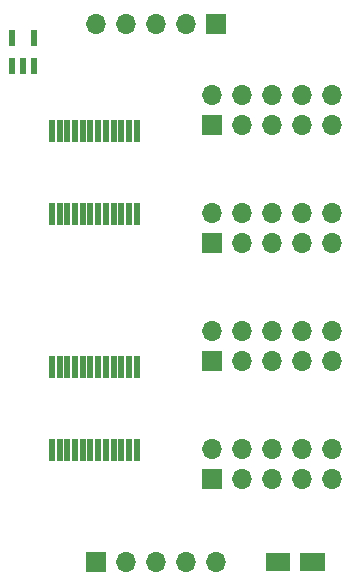
<source format=gts>
%TF.GenerationSoftware,KiCad,Pcbnew,(5.1.6-0-10_14)*%
%TF.CreationDate,2021-03-01T23:58:59+09:00*%
%TF.ProjectId,qPCR-photo_mux_74HC4067SSOP,71504352-2d70-4686-9f74-6f5f6d75785f,rev?*%
%TF.SameCoordinates,Original*%
%TF.FileFunction,Soldermask,Top*%
%TF.FilePolarity,Negative*%
%FSLAX46Y46*%
G04 Gerber Fmt 4.6, Leading zero omitted, Abs format (unit mm)*
G04 Created by KiCad (PCBNEW (5.1.6-0-10_14)) date 2021-03-01 23:58:59*
%MOMM*%
%LPD*%
G01*
G04 APERTURE LIST*
%ADD10O,1.700000X1.700000*%
%ADD11R,1.700000X1.700000*%
%ADD12R,1.500000X1.500000*%
%ADD13C,0.100000*%
%ADD14R,0.558800X1.473200*%
%ADD15R,0.480000X1.900000*%
G04 APERTURE END LIST*
D10*
%TO.C,J1*%
X103298000Y-110000000D03*
X100758000Y-110000000D03*
X98218000Y-110000000D03*
X95678000Y-110000000D03*
D11*
X93138000Y-110000000D03*
%TD*%
%TO.C,J2*%
X103298000Y-64440000D03*
D10*
X100758000Y-64440000D03*
X98218000Y-64440000D03*
X95678000Y-64440000D03*
X93138000Y-64440000D03*
%TD*%
D12*
%TO.C,JP1*%
X111200000Y-110000000D03*
X108800000Y-110000000D03*
D13*
G36*
X109000000Y-110000000D02*
G01*
X108500000Y-110750000D01*
X107500000Y-110750000D01*
X107500000Y-109250000D01*
X108500000Y-109250000D01*
X109000000Y-110000000D01*
G37*
G36*
X111000000Y-110000000D02*
G01*
X111500000Y-109250000D01*
X112500000Y-109250000D01*
X112500000Y-110750000D01*
X111500000Y-110750000D01*
X111000000Y-110000000D01*
G37*
%TD*%
D10*
%TO.C,N_PD1*%
X113160000Y-70460000D03*
X113160000Y-73000000D03*
X110620000Y-70460000D03*
X110620000Y-73000000D03*
X108080000Y-70460000D03*
X108080000Y-73000000D03*
X105540000Y-70460000D03*
X105540000Y-73000000D03*
X103000000Y-70460000D03*
D11*
X103000000Y-73000000D03*
%TD*%
%TO.C,N_PD2*%
X103000000Y-83000000D03*
D10*
X103000000Y-80460000D03*
X105540000Y-83000000D03*
X105540000Y-80460000D03*
X108080000Y-83000000D03*
X108080000Y-80460000D03*
X110620000Y-83000000D03*
X110620000Y-80460000D03*
X113160000Y-83000000D03*
X113160000Y-80460000D03*
%TD*%
D11*
%TO.C,S_PD1*%
X103000000Y-93000000D03*
D10*
X103000000Y-90460000D03*
X105540000Y-93000000D03*
X105540000Y-90460000D03*
X108080000Y-93000000D03*
X108080000Y-90460000D03*
X110620000Y-93000000D03*
X110620000Y-90460000D03*
X113160000Y-93000000D03*
X113160000Y-90460000D03*
%TD*%
%TO.C,S_PD2*%
X113160000Y-100460000D03*
X113160000Y-103000000D03*
X110620000Y-100460000D03*
X110620000Y-103000000D03*
X108080000Y-100460000D03*
X108080000Y-103000000D03*
X105540000Y-100460000D03*
X105540000Y-103000000D03*
X103000000Y-100460000D03*
D11*
X103000000Y-103000000D03*
%TD*%
D14*
%TO.C,U2*%
X85999999Y-65612400D03*
X87900001Y-65612400D03*
X87900001Y-68000000D03*
X86950000Y-68000000D03*
X85999999Y-68000000D03*
%TD*%
D15*
%TO.C,U1*%
X96575000Y-93495000D03*
X95925000Y-93495000D03*
X95275000Y-93495000D03*
X94625000Y-93495000D03*
X93975000Y-93495000D03*
X93325000Y-93495000D03*
X92675000Y-93495000D03*
X92025000Y-93495000D03*
X91375000Y-93495000D03*
X90725000Y-93495000D03*
X90075000Y-93495000D03*
X89425000Y-93495000D03*
X89425000Y-100505000D03*
X90075000Y-100505000D03*
X90725000Y-100505000D03*
X91375000Y-100505000D03*
X92025000Y-100505000D03*
X92675000Y-100505000D03*
X93325000Y-100505000D03*
X93975000Y-100505000D03*
X94625000Y-100505000D03*
X95275000Y-100505000D03*
X95925000Y-100505000D03*
X96575000Y-100505000D03*
%TD*%
%TO.C,U3*%
X96575000Y-80505000D03*
X95925000Y-80505000D03*
X95275000Y-80505000D03*
X94625000Y-80505000D03*
X93975000Y-80505000D03*
X93325000Y-80505000D03*
X92675000Y-80505000D03*
X92025000Y-80505000D03*
X91375000Y-80505000D03*
X90725000Y-80505000D03*
X90075000Y-80505000D03*
X89425000Y-80505000D03*
X89425000Y-73495000D03*
X90075000Y-73495000D03*
X90725000Y-73495000D03*
X91375000Y-73495000D03*
X92025000Y-73495000D03*
X92675000Y-73495000D03*
X93325000Y-73495000D03*
X93975000Y-73495000D03*
X94625000Y-73495000D03*
X95275000Y-73495000D03*
X95925000Y-73495000D03*
X96575000Y-73495000D03*
%TD*%
M02*

</source>
